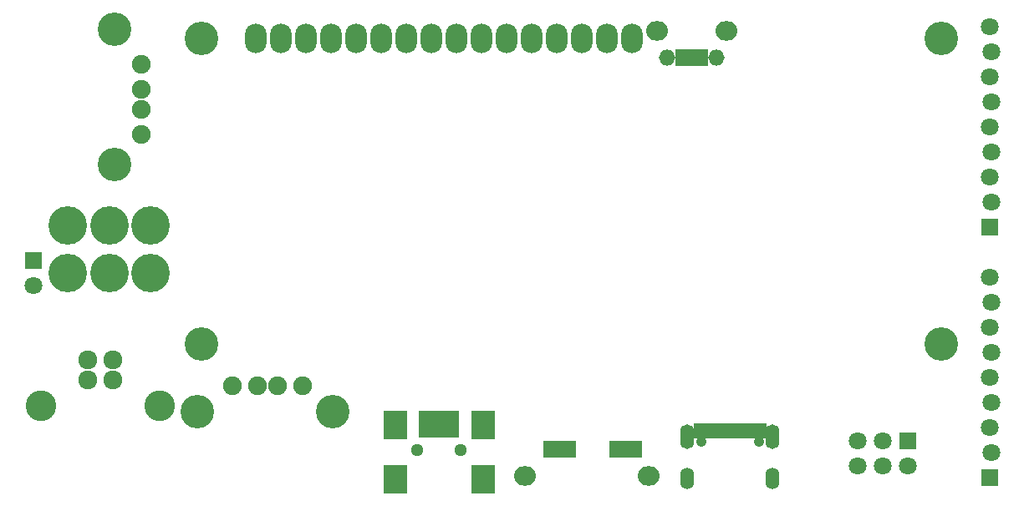
<source format=gbr>
G04 #@! TF.FileFunction,Soldermask,Top*
%FSLAX46Y46*%
G04 Gerber Fmt 4.6, Leading zero omitted, Abs format (unit mm)*
G04 Created by KiCad (PCBNEW 4.0.5+dfsg1-4) date Sat Jun 10 16:26:04 2017*
%MOMM*%
%LPD*%
G01*
G04 APERTURE LIST*
%ADD10C,0.100000*%
%ADD11O,2.200000X3.000000*%
%ADD12C,3.400000*%
%ADD13C,3.900000*%
%ADD14O,1.400000X2.200000*%
%ADD15O,1.400000X2.500000*%
%ADD16C,1.050000*%
%ADD17R,0.700000X1.540000*%
%ADD18R,1.797000X1.797000*%
%ADD19C,1.797000*%
%ADD20R,0.900380X2.701240*%
%ADD21R,2.398980X2.899360*%
%ADD22C,1.299160*%
%ADD23R,0.800000X1.750000*%
%ADD24O,2.200000X1.950000*%
%ADD25C,1.901140*%
%ADD26C,3.399740*%
%ADD27C,1.924000*%
%ADD28C,3.100020*%
%ADD29O,1.650000X1.650000*%
G04 APERTURE END LIST*
D10*
D11*
X74000000Y-53000000D03*
X76540000Y-53000000D03*
X79080000Y-53000000D03*
X81620000Y-53000000D03*
X84160000Y-53000000D03*
X86700000Y-53000000D03*
X89240000Y-53000000D03*
X91780000Y-53000000D03*
X94320000Y-53000000D03*
X96860000Y-53000000D03*
X99400000Y-53000000D03*
X101940000Y-53000000D03*
X104480000Y-53000000D03*
X107020000Y-53000000D03*
X109560000Y-53000000D03*
X112100000Y-53000000D03*
D12*
X68500900Y-53000000D03*
X68500900Y-84000700D03*
X143499480Y-84000700D03*
X143499480Y-53000000D03*
D13*
X63400000Y-76800000D03*
X63400000Y-72000000D03*
X59200000Y-76800000D03*
X59200000Y-72000000D03*
X55000000Y-76800000D03*
X55000000Y-72000000D03*
D14*
X117760000Y-97590000D03*
X126400000Y-97590000D03*
D15*
X117760000Y-93410000D03*
X126400000Y-93410000D03*
D16*
X119190000Y-93910000D03*
X124970000Y-93910000D03*
D17*
X120330000Y-92840000D03*
X120830000Y-92840000D03*
X121330000Y-92840000D03*
X121830000Y-92840000D03*
X122330000Y-92840000D03*
X122830000Y-92840000D03*
X123330000Y-92840000D03*
X123830000Y-92840000D03*
X118730000Y-92840000D03*
X119030000Y-92840000D03*
X119530000Y-92840000D03*
X119830000Y-92840000D03*
X124330000Y-92840000D03*
X124630000Y-92840000D03*
X125130000Y-92840000D03*
X125430000Y-92840000D03*
D18*
X140040000Y-93830000D03*
D19*
X140040000Y-96370000D03*
X137500000Y-93830000D03*
X137500000Y-96370000D03*
X134960000Y-93830000D03*
X134960000Y-96370000D03*
D18*
X51500000Y-75530000D03*
D19*
X51500000Y-78070000D03*
D20*
X90999800Y-92150680D03*
X91799900Y-92150680D03*
X92600000Y-92150680D03*
X93400100Y-92150680D03*
X94200200Y-92150680D03*
D21*
X88149920Y-92249740D03*
X88149920Y-97748840D03*
X97050080Y-92249740D03*
X97050080Y-97748840D03*
D22*
X90400360Y-94749100D03*
X94799640Y-94749100D03*
D23*
X112800000Y-94637460D03*
X112150000Y-94637460D03*
X104799100Y-94637460D03*
X110850000Y-94637460D03*
X110200000Y-94637460D03*
X103499100Y-94637460D03*
X104149100Y-94637460D03*
X111500000Y-94637460D03*
X105449100Y-94637460D03*
X106099100Y-94637460D03*
D24*
X101299100Y-97337460D03*
X113850000Y-97337460D03*
D25*
X78772000Y-88200000D03*
X76232000Y-88200000D03*
X74200000Y-88200000D03*
X71660000Y-88200000D03*
D26*
X81820000Y-90867000D03*
X68104000Y-90867000D03*
D25*
X62402120Y-62712860D03*
X62402120Y-60172860D03*
X62402120Y-58140860D03*
X62402120Y-55600860D03*
D26*
X59735120Y-65760860D03*
X59735120Y-52044860D03*
D27*
X57000000Y-85600000D03*
X59540000Y-85600000D03*
X59540000Y-87598980D03*
X57000000Y-87598980D03*
D28*
X52270520Y-90299000D03*
X64269480Y-90299000D03*
D19*
X148400000Y-92420000D03*
X148521920Y-89880000D03*
X148400000Y-87340000D03*
X148521920Y-84800000D03*
X148400000Y-82260000D03*
X148521920Y-94960000D03*
X148521920Y-79720000D03*
D18*
X148400000Y-97500000D03*
D19*
X148400000Y-77180000D03*
X148400000Y-67020000D03*
X148521920Y-64480000D03*
X148400000Y-61940000D03*
X148521920Y-59400000D03*
X148400000Y-56860000D03*
X148521920Y-69560000D03*
X148521920Y-54320000D03*
D18*
X148400000Y-72100000D03*
D19*
X148400000Y-51780000D03*
D23*
X119500900Y-54962540D03*
X118850900Y-54962540D03*
X118200900Y-54962540D03*
X117550900Y-54962540D03*
X116900900Y-54962540D03*
D29*
X120700900Y-54962540D03*
X115700900Y-54962540D03*
D24*
X121700900Y-52262540D03*
X114700900Y-52262540D03*
M02*

</source>
